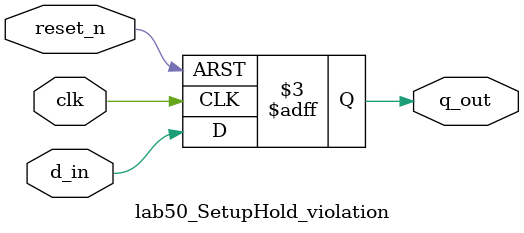
<source format=v>
`timescale 1ns / 1ps


module lab50_SetupHold_violation(
                          input d_in,
                          input clk, reset_n,
                          output reg q_out
                         
    );
    
    
    always @(posedge clk or negedge reset_n)
    begin
        if(!reset_n)
            q_out <= 1'b0;
        else
            q_out <= d_in;
    end
    
    specify
    specparam tsu = 1;
    specparam th = 1;
    
    $setuphold (posedge clk, d_in, tsu, th);

    endspecify
    
endmodule

</source>
